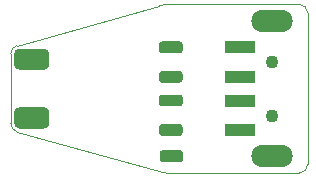
<source format=gts>
%TF.GenerationSoftware,KiCad,Pcbnew,(6.0.4-0)*%
%TF.CreationDate,2022-06-01T18:17:49+12:00*%
%TF.ProjectId,usba_caddy,75736261-5f63-4616-9464-792e6b696361,rev?*%
%TF.SameCoordinates,PX6bf4b80PY4944400*%
%TF.FileFunction,Soldermask,Top*%
%TF.FilePolarity,Negative*%
%FSLAX46Y46*%
G04 Gerber Fmt 4.6, Leading zero omitted, Abs format (unit mm)*
G04 Created by KiCad (PCBNEW (6.0.4-0)) date 2022-06-01 18:17:49*
%MOMM*%
%LPD*%
G01*
G04 APERTURE LIST*
%TA.AperFunction,Profile*%
%ADD10C,0.100000*%
%TD*%
%ADD11O,3.500000X1.900000*%
%ADD12R,2.500000X1.100000*%
%ADD13C,1.100000*%
G04 APERTURE END LIST*
D10*
X4025005Y14299979D02*
G75*
G03*
X3500000Y13625000I171395J-674979D01*
G01*
X16050000Y17675000D02*
X4025000Y14300000D01*
X16025000Y3650000D02*
X4000000Y7025000D01*
X27900000Y3500000D02*
G75*
G03*
X28650000Y4250000I0J750000D01*
G01*
X16024998Y3649996D02*
G75*
G03*
X16700000Y3500000I675002J1443804D01*
G01*
X28650000Y4250000D02*
X28650000Y17050000D01*
X28650000Y17050000D02*
G75*
G03*
X27900000Y17800000I-750000J0D01*
G01*
X16700000Y3500000D02*
X27900000Y3500000D01*
X3500482Y7724983D02*
G75*
G03*
X4000000Y7025000I704918J-25183D01*
G01*
X3500000Y7725000D02*
X3500000Y13625000D01*
X27900000Y17800000D02*
X16700000Y17800000D01*
X16700000Y17800000D02*
G75*
G03*
X16050000Y17675000I0J-1752500D01*
G01*
%TO.C,WHT*%
G36*
G01*
X17800000Y11150000D02*
X16300000Y11150000D01*
G75*
G02*
X16050000Y11400000I0J250000D01*
G01*
X16050000Y11900000D01*
G75*
G02*
X16300000Y12150000I250000J0D01*
G01*
X17800000Y12150000D01*
G75*
G02*
X18050000Y11900000I0J-250000D01*
G01*
X18050000Y11400000D01*
G75*
G02*
X17800000Y11150000I-250000J0D01*
G01*
G37*
%TD*%
%TO.C,SHD*%
G36*
G01*
X17852000Y4426400D02*
X16352000Y4426400D01*
G75*
G02*
X16102000Y4676400I0J250000D01*
G01*
X16102000Y5176400D01*
G75*
G02*
X16352000Y5426400I250000J0D01*
G01*
X17852000Y5426400D01*
G75*
G02*
X18102000Y5176400I0J-250000D01*
G01*
X18102000Y4676400D01*
G75*
G02*
X17852000Y4426400I-250000J0D01*
G01*
G37*
%TD*%
%TO.C,GRN*%
G36*
G01*
X17800000Y9150000D02*
X16300000Y9150000D01*
G75*
G02*
X16050000Y9400000I0J250000D01*
G01*
X16050000Y9900000D01*
G75*
G02*
X16300000Y10150000I250000J0D01*
G01*
X17800000Y10150000D01*
G75*
G02*
X18050000Y9900000I0J-250000D01*
G01*
X18050000Y9400000D01*
G75*
G02*
X17800000Y9150000I-250000J0D01*
G01*
G37*
%TD*%
%TO.C,BLK*%
G36*
G01*
X17800000Y6650000D02*
X16300000Y6650000D01*
G75*
G02*
X16050000Y6900000I0J250000D01*
G01*
X16050000Y7400000D01*
G75*
G02*
X16300000Y7650000I250000J0D01*
G01*
X17800000Y7650000D01*
G75*
G02*
X18050000Y7400000I0J-250000D01*
G01*
X18050000Y6900000D01*
G75*
G02*
X17800000Y6650000I-250000J0D01*
G01*
G37*
%TD*%
D11*
%TO.C,USBA_PLUG*%
X25650000Y16350000D03*
X25650000Y4950000D03*
D12*
X22900000Y7150000D03*
X22900000Y9650000D03*
X22900000Y11650000D03*
X22900000Y14150000D03*
D13*
X25650000Y12950000D03*
X25650000Y8350000D03*
%TD*%
%TO.C,*%
G36*
G01*
X6325000Y12250000D02*
X4225000Y12250000D01*
G75*
G02*
X3775000Y12700000I0J450000D01*
G01*
X3775000Y13600000D01*
G75*
G02*
X4225000Y14050000I450000J0D01*
G01*
X6325000Y14050000D01*
G75*
G02*
X6775000Y13600000I0J-450000D01*
G01*
X6775000Y12700000D01*
G75*
G02*
X6325000Y12250000I-450000J0D01*
G01*
G37*
%TD*%
%TO.C,RED*%
G36*
G01*
X17800000Y13650000D02*
X16300000Y13650000D01*
G75*
G02*
X16050000Y13900000I0J250000D01*
G01*
X16050000Y14400000D01*
G75*
G02*
X16300000Y14650000I250000J0D01*
G01*
X17800000Y14650000D01*
G75*
G02*
X18050000Y14400000I0J-250000D01*
G01*
X18050000Y13900000D01*
G75*
G02*
X17800000Y13650000I-250000J0D01*
G01*
G37*
%TD*%
%TO.C,*%
G36*
G01*
X6324999Y7275000D02*
X4224999Y7275000D01*
G75*
G02*
X3774999Y7725000I0J450000D01*
G01*
X3774999Y8625000D01*
G75*
G02*
X4224999Y9075000I450000J0D01*
G01*
X6324999Y9075000D01*
G75*
G02*
X6774999Y8625000I0J-450000D01*
G01*
X6774999Y7725000D01*
G75*
G02*
X6324999Y7275000I-450000J0D01*
G01*
G37*
%TD*%
M02*

</source>
